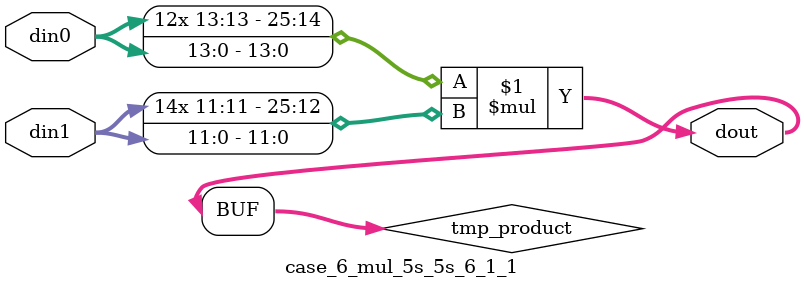
<source format=v>

`timescale 1 ns / 1 ps

 module case_6_mul_5s_5s_6_1_1(din0, din1, dout);
parameter ID = 1;
parameter NUM_STAGE = 0;
parameter din0_WIDTH = 14;
parameter din1_WIDTH = 12;
parameter dout_WIDTH = 26;

input [din0_WIDTH - 1 : 0] din0; 
input [din1_WIDTH - 1 : 0] din1; 
output [dout_WIDTH - 1 : 0] dout;

wire signed [dout_WIDTH - 1 : 0] tmp_product;



























assign tmp_product = $signed(din0) * $signed(din1);








assign dout = tmp_product;





















endmodule

</source>
